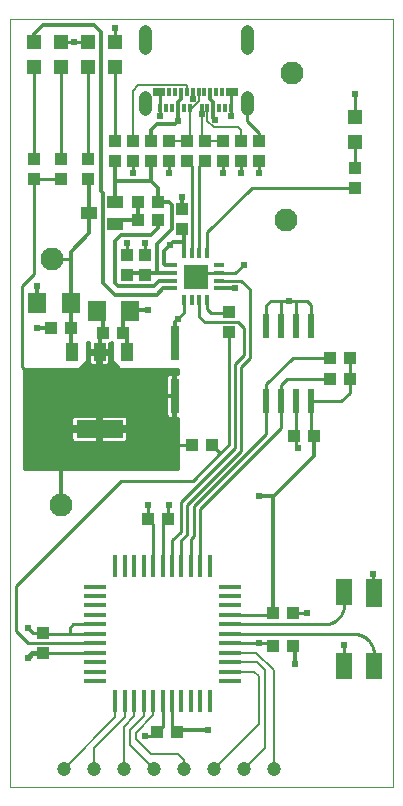
<source format=gtl>
G75*
%MOIN*%
%OFA0B0*%
%FSLAX25Y25*%
%IPPOS*%
%LPD*%
%AMOC8*
5,1,8,0,0,1.08239X$1,22.5*
%
%ADD10C,0.00000*%
%ADD11R,0.04724X0.04724*%
%ADD12R,0.03937X0.04331*%
%ADD13R,0.04331X0.03937*%
%ADD14R,0.02559X0.11811*%
%ADD15R,0.06299X0.07087*%
%ADD16R,0.01181X0.02756*%
%ADD17R,0.03937X0.02756*%
%ADD18C,0.04331*%
%ADD19C,0.07677*%
%ADD20R,0.01575X0.07480*%
%ADD21R,0.07480X0.01575*%
%ADD22R,0.01378X0.03543*%
%ADD23R,0.08268X0.08268*%
%ADD24R,0.03543X0.01378*%
%ADD25R,0.01969X0.07874*%
%ADD26R,0.15748X0.05906*%
%ADD27R,0.03937X0.05906*%
%ADD28R,0.05512X0.03937*%
%ADD29R,0.05512X0.08661*%
%ADD30R,0.05512X0.09449*%
%ADD31C,0.04724*%
%ADD32C,0.01000*%
%ADD33C,0.02400*%
%ADD34C,0.01200*%
%ADD35C,0.00800*%
%ADD36C,0.01600*%
%ADD37C,0.00600*%
D10*
X0001300Y0001500D02*
X0001300Y0257500D01*
X0129221Y0257500D01*
X0129221Y0001500D01*
X0001300Y0001500D01*
D11*
X0116300Y0216366D03*
X0116300Y0224634D03*
X0036300Y0241366D03*
X0036300Y0249634D03*
X0027300Y0249634D03*
X0027300Y0241366D03*
X0018300Y0241366D03*
X0018300Y0249634D03*
X0009300Y0249634D03*
X0009300Y0241366D03*
D12*
X0009300Y0210846D03*
X0009300Y0204154D03*
X0018300Y0204154D03*
X0018300Y0210846D03*
X0027300Y0210846D03*
X0027300Y0204154D03*
X0036300Y0210154D03*
X0036300Y0216846D03*
X0042300Y0216846D03*
X0042300Y0210154D03*
X0048300Y0210154D03*
X0048300Y0216846D03*
X0054300Y0216846D03*
X0054300Y0210154D03*
X0060300Y0210154D03*
X0060300Y0216846D03*
X0066300Y0216846D03*
X0066300Y0210154D03*
X0072300Y0210154D03*
X0072300Y0216846D03*
X0078300Y0216846D03*
X0078300Y0210154D03*
X0084300Y0210154D03*
X0084300Y0216846D03*
X0058600Y0194146D03*
X0058600Y0187454D03*
X0046300Y0178846D03*
X0046300Y0172154D03*
X0040300Y0172154D03*
X0040300Y0178846D03*
X0074300Y0159846D03*
X0074300Y0153154D03*
X0116300Y0201154D03*
X0116300Y0207846D03*
X0012300Y0052746D03*
X0012300Y0046054D03*
D13*
X0047354Y0090900D03*
X0054046Y0090900D03*
X0061954Y0115500D03*
X0068646Y0115500D03*
X0095954Y0118500D03*
X0102646Y0118500D03*
X0107954Y0137500D03*
X0107954Y0144500D03*
X0114646Y0144500D03*
X0114646Y0137500D03*
X0095646Y0059500D03*
X0095646Y0048500D03*
X0088954Y0048500D03*
X0088954Y0059500D03*
X0057246Y0019800D03*
X0050554Y0019800D03*
X0039146Y0152700D03*
X0032454Y0152700D03*
X0021646Y0154500D03*
X0014954Y0154500D03*
X0043954Y0190500D03*
X0043954Y0196500D03*
X0050646Y0196500D03*
X0050646Y0190500D03*
D14*
X0056300Y0149358D03*
X0056300Y0131642D03*
D15*
X0041312Y0160200D03*
X0030288Y0160200D03*
X0021612Y0162600D03*
X0010588Y0162600D03*
D16*
X0051489Y0227886D03*
X0053457Y0227886D03*
X0055426Y0227886D03*
X0057394Y0227886D03*
X0059363Y0227886D03*
X0061331Y0227886D03*
X0060347Y0233004D03*
X0062316Y0233004D03*
X0064284Y0233004D03*
X0066253Y0233004D03*
X0068221Y0233004D03*
X0070190Y0233004D03*
X0072158Y0233004D03*
X0071174Y0227886D03*
X0069206Y0227886D03*
X0067237Y0227886D03*
X0065269Y0227886D03*
X0058379Y0233004D03*
X0056410Y0233004D03*
X0054442Y0233004D03*
X0073143Y0227886D03*
X0075111Y0227886D03*
D17*
X0075505Y0233004D03*
X0051095Y0233004D03*
D18*
X0046292Y0231469D02*
X0046292Y0227531D01*
X0046292Y0231469D02*
X0046292Y0231469D01*
X0046292Y0227531D01*
X0046292Y0227531D01*
X0046292Y0247649D02*
X0046292Y0253555D01*
X0046292Y0253555D01*
X0046292Y0247649D01*
X0046292Y0247649D01*
X0046292Y0251979D02*
X0046292Y0251979D01*
X0080308Y0253555D02*
X0080308Y0247649D01*
X0080308Y0253555D02*
X0080308Y0253555D01*
X0080308Y0247649D01*
X0080308Y0247649D01*
X0080308Y0251979D02*
X0080308Y0251979D01*
X0080308Y0231469D02*
X0080308Y0227531D01*
X0080308Y0231469D02*
X0080308Y0231469D01*
X0080308Y0227531D01*
X0080308Y0227531D01*
D19*
X0095300Y0239500D03*
X0093300Y0190500D03*
X0018300Y0095500D03*
X0015300Y0177500D03*
D20*
X0036552Y0074941D03*
X0039702Y0074941D03*
X0042851Y0074941D03*
X0046001Y0074941D03*
X0049150Y0074941D03*
X0052300Y0074941D03*
X0055450Y0074941D03*
X0058599Y0074941D03*
X0061749Y0074941D03*
X0064898Y0074941D03*
X0068048Y0074941D03*
X0068048Y0030059D03*
X0064898Y0030059D03*
X0061749Y0030059D03*
X0058599Y0030059D03*
X0055450Y0030059D03*
X0052300Y0030059D03*
X0049150Y0030059D03*
X0046001Y0030059D03*
X0042851Y0030059D03*
X0039702Y0030059D03*
X0036552Y0030059D03*
D21*
X0029859Y0036752D03*
X0029859Y0039902D03*
X0029859Y0043051D03*
X0029859Y0046201D03*
X0029859Y0049350D03*
X0029859Y0052500D03*
X0029859Y0055650D03*
X0029859Y0058799D03*
X0029859Y0061949D03*
X0029859Y0065098D03*
X0029859Y0068248D03*
X0074741Y0068248D03*
X0074741Y0065098D03*
X0074741Y0061949D03*
X0074741Y0058799D03*
X0074741Y0055650D03*
X0074741Y0052500D03*
X0074741Y0049350D03*
X0074741Y0046201D03*
X0074741Y0043051D03*
X0074741Y0039902D03*
X0074741Y0036752D03*
D22*
X0067139Y0163626D03*
X0064580Y0163626D03*
X0062020Y0163626D03*
X0059461Y0163626D03*
X0059461Y0179374D03*
X0062020Y0179374D03*
X0064580Y0179374D03*
X0067139Y0179374D03*
D23*
X0063300Y0171500D03*
D24*
X0055426Y0170220D03*
X0055426Y0167661D03*
X0055426Y0172780D03*
X0055426Y0175339D03*
X0071174Y0175339D03*
X0071174Y0172780D03*
X0071174Y0170220D03*
X0071174Y0167661D03*
D25*
X0086800Y0155039D03*
X0091800Y0155039D03*
X0096800Y0155039D03*
X0101800Y0155039D03*
X0101800Y0129961D03*
X0096800Y0129961D03*
X0091800Y0129961D03*
X0086800Y0129961D03*
D26*
X0031300Y0120705D03*
D27*
X0031300Y0146295D03*
X0022245Y0146295D03*
X0040355Y0146295D03*
D28*
X0036531Y0188960D03*
X0036531Y0196440D03*
X0027869Y0192700D03*
D29*
X0112800Y0066502D03*
X0112800Y0041698D03*
X0122800Y0041698D03*
D30*
X0122800Y0066108D03*
D31*
X0089300Y0007500D03*
X0079300Y0007500D03*
X0069300Y0007500D03*
X0059300Y0007500D03*
X0049300Y0007500D03*
X0039300Y0007500D03*
X0029300Y0007500D03*
X0019300Y0007500D03*
D32*
X0012300Y0046054D02*
X0012447Y0046201D01*
X0029859Y0046201D01*
X0029859Y0049350D02*
X0007450Y0049350D01*
X0003300Y0053500D01*
X0003300Y0068500D01*
X0038300Y0103500D01*
X0062300Y0103500D01*
X0071800Y0113000D01*
X0071146Y0113000D01*
X0068646Y0115500D01*
X0071800Y0113000D02*
X0074300Y0115500D01*
X0074300Y0153154D01*
X0077300Y0156500D02*
X0079300Y0154500D01*
X0079300Y0145500D01*
X0076300Y0142500D01*
X0076300Y0114500D01*
X0058300Y0096500D01*
X0058300Y0086500D01*
X0055450Y0083650D01*
X0055450Y0074941D01*
X0058599Y0074941D02*
X0058599Y0083799D01*
X0060300Y0085500D01*
X0060300Y0095500D01*
X0078300Y0113500D01*
X0078300Y0141500D01*
X0081300Y0144500D01*
X0081300Y0167500D01*
X0078580Y0170220D01*
X0071174Y0170220D01*
X0071174Y0172780D02*
X0064580Y0172780D01*
X0063300Y0171500D01*
X0062020Y0179374D02*
X0062020Y0208433D01*
X0060300Y0210154D01*
X0064580Y0208433D02*
X0064580Y0179374D01*
X0067139Y0179374D02*
X0067139Y0186339D01*
X0081954Y0201154D01*
X0116300Y0201154D01*
X0116300Y0207846D02*
X0116300Y0216366D01*
X0116300Y0224634D02*
X0116300Y0232500D01*
X0084300Y0219500D02*
X0084300Y0216846D01*
X0084300Y0219500D02*
X0080308Y0223492D01*
X0080308Y0229500D01*
X0075111Y0227886D02*
X0075111Y0225100D01*
X0075111Y0227886D02*
X0075111Y0232610D01*
X0075505Y0233004D01*
X0078300Y0210154D02*
X0078300Y0206000D01*
X0072300Y0206000D02*
X0072300Y0210154D01*
X0066300Y0210154D02*
X0064580Y0208433D01*
X0054300Y0210154D02*
X0054300Y0206000D01*
X0051500Y0225100D02*
X0051500Y0227875D01*
X0051489Y0227886D01*
X0051489Y0232610D01*
X0051095Y0233004D01*
X0042300Y0210154D02*
X0042300Y0206000D01*
X0036300Y0216846D02*
X0036300Y0241366D01*
X0036300Y0249634D02*
X0036300Y0254500D01*
X0027300Y0249634D02*
X0022834Y0249634D01*
X0022800Y0249600D01*
X0018300Y0249634D02*
X0027300Y0249634D01*
X0027300Y0241366D02*
X0027300Y0210846D01*
X0018300Y0210846D02*
X0018300Y0241366D01*
X0009300Y0241366D02*
X0009300Y0210846D01*
X0009300Y0204154D02*
X0009300Y0172500D01*
X0005300Y0168500D01*
X0005300Y0141500D01*
X0008300Y0138500D01*
X0018300Y0110500D02*
X0023300Y0110500D01*
X0047354Y0095400D02*
X0047354Y0090900D01*
X0049150Y0089103D01*
X0049150Y0074941D01*
X0052300Y0074941D02*
X0052300Y0089154D01*
X0054046Y0090900D01*
X0054046Y0095246D01*
X0054300Y0095500D01*
X0047400Y0095400D02*
X0047354Y0095400D01*
X0053300Y0115500D02*
X0061954Y0115500D01*
X0062800Y0095000D02*
X0086800Y0119000D01*
X0086800Y0129961D01*
X0086800Y0135598D01*
X0095702Y0144500D01*
X0107954Y0144500D01*
X0107954Y0137500D02*
X0093862Y0137500D01*
X0091800Y0135438D01*
X0091800Y0129961D01*
X0091800Y0121000D01*
X0064898Y0094098D01*
X0064898Y0074941D01*
X0061749Y0074941D02*
X0061749Y0083949D01*
X0062800Y0085000D01*
X0062800Y0095000D01*
X0074741Y0058799D02*
X0088253Y0058799D01*
X0088954Y0049350D02*
X0074741Y0049350D01*
X0074741Y0052500D02*
X0115854Y0052500D01*
X0112800Y0048900D02*
X0112800Y0041698D01*
X0122800Y0045554D02*
X0122798Y0045722D01*
X0122792Y0045890D01*
X0122782Y0046057D01*
X0122768Y0046224D01*
X0122749Y0046391D01*
X0122727Y0046558D01*
X0122701Y0046723D01*
X0122671Y0046889D01*
X0122636Y0047053D01*
X0122598Y0047216D01*
X0122556Y0047379D01*
X0122510Y0047540D01*
X0122460Y0047700D01*
X0122406Y0047859D01*
X0122349Y0048017D01*
X0122287Y0048173D01*
X0122222Y0048328D01*
X0122153Y0048481D01*
X0122081Y0048632D01*
X0122004Y0048782D01*
X0121925Y0048930D01*
X0121841Y0049075D01*
X0121754Y0049219D01*
X0121664Y0049360D01*
X0121570Y0049500D01*
X0121473Y0049637D01*
X0121373Y0049771D01*
X0121270Y0049903D01*
X0121163Y0050033D01*
X0121053Y0050160D01*
X0120940Y0050284D01*
X0120825Y0050406D01*
X0120706Y0050525D01*
X0120584Y0050640D01*
X0120460Y0050753D01*
X0120333Y0050863D01*
X0120203Y0050970D01*
X0120071Y0051073D01*
X0119937Y0051173D01*
X0119800Y0051270D01*
X0119660Y0051364D01*
X0119519Y0051454D01*
X0119375Y0051541D01*
X0119230Y0051625D01*
X0119082Y0051704D01*
X0118932Y0051781D01*
X0118781Y0051853D01*
X0118628Y0051922D01*
X0118473Y0051987D01*
X0118317Y0052049D01*
X0118159Y0052106D01*
X0118000Y0052160D01*
X0117840Y0052210D01*
X0117679Y0052256D01*
X0117516Y0052298D01*
X0117353Y0052336D01*
X0117189Y0052371D01*
X0117023Y0052401D01*
X0116858Y0052427D01*
X0116691Y0052449D01*
X0116524Y0052468D01*
X0116357Y0052482D01*
X0116190Y0052492D01*
X0116022Y0052498D01*
X0115854Y0052500D01*
X0122300Y0066108D02*
X0122300Y0072500D01*
X0112800Y0062266D02*
X0112798Y0062106D01*
X0112792Y0061946D01*
X0112783Y0061787D01*
X0112769Y0061627D01*
X0112752Y0061469D01*
X0112731Y0061310D01*
X0112706Y0061152D01*
X0112677Y0060995D01*
X0112644Y0060838D01*
X0112608Y0060683D01*
X0112568Y0060528D01*
X0112524Y0060374D01*
X0112476Y0060222D01*
X0112425Y0060070D01*
X0112370Y0059920D01*
X0112312Y0059771D01*
X0112249Y0059624D01*
X0112184Y0059478D01*
X0112115Y0059334D01*
X0112042Y0059191D01*
X0111966Y0059051D01*
X0111887Y0058912D01*
X0111804Y0058775D01*
X0111718Y0058640D01*
X0111629Y0058508D01*
X0111536Y0058377D01*
X0111441Y0058249D01*
X0111342Y0058123D01*
X0111241Y0058000D01*
X0111136Y0057879D01*
X0111029Y0057760D01*
X0110918Y0057645D01*
X0110805Y0057532D01*
X0110690Y0057421D01*
X0110571Y0057314D01*
X0110450Y0057209D01*
X0110327Y0057108D01*
X0110201Y0057009D01*
X0110073Y0056914D01*
X0109942Y0056821D01*
X0109810Y0056732D01*
X0109675Y0056646D01*
X0109538Y0056563D01*
X0109399Y0056484D01*
X0109259Y0056408D01*
X0109116Y0056335D01*
X0108972Y0056266D01*
X0108826Y0056201D01*
X0108679Y0056138D01*
X0108530Y0056080D01*
X0108380Y0056025D01*
X0108228Y0055974D01*
X0108076Y0055926D01*
X0107922Y0055882D01*
X0107767Y0055842D01*
X0107612Y0055806D01*
X0107455Y0055773D01*
X0107298Y0055744D01*
X0107140Y0055719D01*
X0106981Y0055698D01*
X0106823Y0055681D01*
X0106663Y0055667D01*
X0106504Y0055658D01*
X0106344Y0055652D01*
X0106184Y0055650D01*
X0074741Y0055650D01*
X0084300Y0049300D02*
X0088154Y0049300D01*
X0095646Y0059500D02*
X0100300Y0059500D01*
X0097300Y0114500D02*
X0096800Y0115000D01*
X0096800Y0118500D01*
X0095954Y0118500D01*
X0096800Y0118500D02*
X0096800Y0129961D01*
X0101800Y0129961D02*
X0111840Y0129961D01*
X0114646Y0132767D01*
X0114646Y0137500D01*
X0114646Y0144500D01*
X0101800Y0155039D02*
X0101800Y0162000D01*
X0100300Y0163500D01*
X0096800Y0163500D01*
X0096800Y0155039D01*
X0096800Y0163500D02*
X0091800Y0163500D01*
X0091800Y0155039D01*
X0091800Y0163500D02*
X0088300Y0163500D01*
X0086800Y0162000D01*
X0086800Y0155039D01*
X0077300Y0156500D02*
X0066300Y0156500D01*
X0064580Y0158220D01*
X0064580Y0163626D01*
X0067139Y0163626D02*
X0067139Y0160661D01*
X0068300Y0159500D01*
X0072954Y0159500D01*
X0074300Y0159846D01*
X0076580Y0172780D02*
X0071174Y0172780D01*
X0076580Y0172780D02*
X0079300Y0175500D01*
X0084300Y0206000D02*
X0084300Y0210154D01*
X0059461Y0163626D02*
X0059461Y0159661D01*
X0057300Y0157500D01*
X0046300Y0172154D02*
X0046926Y0172780D01*
X0046300Y0178846D02*
X0046300Y0182900D01*
X0040300Y0182900D02*
X0040300Y0178846D01*
X0021612Y0177500D02*
X0015300Y0177500D01*
X0018300Y0204154D02*
X0009300Y0204154D01*
X0022450Y0055650D02*
X0021300Y0054500D01*
X0021300Y0052500D01*
X0012546Y0052500D01*
X0012300Y0052746D01*
X0009054Y0052746D01*
X0007300Y0054500D01*
X0021300Y0052500D02*
X0029859Y0052500D01*
X0029859Y0055650D02*
X0022450Y0055650D01*
X0046300Y0018300D02*
X0049054Y0018300D01*
X0050554Y0019800D01*
X0052300Y0021546D01*
X0052300Y0030059D01*
X0055450Y0030059D02*
X0055450Y0021597D01*
X0057246Y0019800D01*
X0101800Y0118500D02*
X0102646Y0118500D01*
X0101800Y0118500D02*
X0101800Y0129961D01*
D33*
X0097300Y0114500D03*
X0084300Y0098500D03*
X0100300Y0059500D03*
X0096300Y0042500D03*
X0084300Y0049300D03*
X0067300Y0020500D03*
X0046300Y0018300D03*
X0047400Y0095400D03*
X0054300Y0095500D03*
X0057300Y0157500D03*
X0047300Y0160500D03*
X0054600Y0182000D03*
X0046300Y0182900D03*
X0040300Y0182900D03*
X0042300Y0206000D03*
X0051500Y0225100D03*
X0057394Y0223594D03*
X0062316Y0230800D03*
X0065269Y0225700D03*
X0069900Y0223600D03*
X0075111Y0225100D03*
X0072300Y0206000D03*
X0078300Y0206000D03*
X0084300Y0206000D03*
X0079300Y0175500D03*
X0076300Y0167700D03*
X0094300Y0163500D03*
X0116300Y0232500D03*
X0058600Y0198200D03*
X0054300Y0206000D03*
X0036300Y0254500D03*
X0022800Y0249600D03*
X0010300Y0168500D03*
X0010300Y0154500D03*
X0007300Y0054500D03*
X0007300Y0044500D03*
X0112800Y0048900D03*
X0122300Y0072500D03*
D34*
X0122300Y0066108D02*
X0122800Y0066108D01*
X0112800Y0066502D02*
X0112800Y0062266D01*
X0122800Y0045554D02*
X0122800Y0041698D01*
X0096300Y0042500D02*
X0096300Y0047846D01*
X0088954Y0048500D02*
X0088154Y0049300D01*
X0088954Y0049350D02*
X0088954Y0048500D01*
X0088954Y0059500D02*
X0088954Y0098154D01*
X0089300Y0098500D01*
X0102646Y0111846D01*
X0102646Y0118500D01*
X0089300Y0098500D02*
X0084300Y0098500D01*
X0057300Y0107500D02*
X0006300Y0107500D01*
X0006300Y0140500D01*
X0024472Y0140500D01*
X0027300Y0143328D01*
X0027300Y0149500D01*
X0027743Y0149500D01*
X0027731Y0149459D01*
X0027731Y0146680D01*
X0030916Y0146680D01*
X0030916Y0145911D01*
X0031684Y0145911D01*
X0031684Y0141743D01*
X0033479Y0141743D01*
X0033886Y0141852D01*
X0034251Y0142062D01*
X0034549Y0142360D01*
X0034759Y0142725D01*
X0034868Y0143132D01*
X0034868Y0145911D01*
X0031684Y0145911D01*
X0031684Y0146680D01*
X0034868Y0146680D01*
X0034868Y0149142D01*
X0035236Y0149241D01*
X0035300Y0149277D01*
X0035300Y0143328D01*
X0038128Y0140500D01*
X0057300Y0140500D01*
X0057300Y0139147D01*
X0056340Y0139147D01*
X0056340Y0131682D01*
X0056260Y0131682D01*
X0056260Y0139147D01*
X0054810Y0139147D01*
X0054403Y0139038D01*
X0054038Y0138828D01*
X0053740Y0138530D01*
X0053530Y0138165D01*
X0053420Y0137758D01*
X0053420Y0131681D01*
X0056260Y0131681D01*
X0056260Y0131602D01*
X0053420Y0131602D01*
X0053420Y0125526D01*
X0053530Y0125119D01*
X0053740Y0124754D01*
X0054038Y0124456D01*
X0054403Y0124245D01*
X0054810Y0124136D01*
X0056260Y0124136D01*
X0056260Y0131602D01*
X0056340Y0131602D01*
X0056340Y0124136D01*
X0057300Y0124136D01*
X0057300Y0107500D01*
X0057300Y0108168D02*
X0006300Y0108168D01*
X0006300Y0109366D02*
X0057300Y0109366D01*
X0057300Y0110565D02*
X0006300Y0110565D01*
X0006300Y0111763D02*
X0057300Y0111763D01*
X0057300Y0112962D02*
X0006300Y0112962D01*
X0006300Y0114160D02*
X0057300Y0114160D01*
X0057300Y0115359D02*
X0006300Y0115359D01*
X0006300Y0116557D02*
X0022358Y0116557D01*
X0022444Y0116472D02*
X0022808Y0116261D01*
X0023215Y0116152D01*
X0030700Y0116152D01*
X0030700Y0120105D01*
X0021826Y0120105D01*
X0021826Y0117541D01*
X0021935Y0117134D01*
X0022146Y0116770D01*
X0022444Y0116472D01*
X0021826Y0117756D02*
X0006300Y0117756D01*
X0006300Y0118954D02*
X0021826Y0118954D01*
X0021826Y0121305D02*
X0030700Y0121305D01*
X0030700Y0125257D01*
X0023215Y0125257D01*
X0022808Y0125148D01*
X0022444Y0124938D01*
X0022146Y0124640D01*
X0021935Y0124275D01*
X0021826Y0123868D01*
X0021826Y0121305D01*
X0021826Y0121351D02*
X0006300Y0121351D01*
X0006300Y0120153D02*
X0030700Y0120153D01*
X0030700Y0120105D02*
X0030700Y0121305D01*
X0031900Y0121305D01*
X0031900Y0125257D01*
X0039385Y0125257D01*
X0039792Y0125148D01*
X0040156Y0124938D01*
X0040454Y0124640D01*
X0040665Y0124275D01*
X0040774Y0123868D01*
X0040774Y0121305D01*
X0031900Y0121305D01*
X0031900Y0120105D01*
X0040774Y0120105D01*
X0040774Y0117541D01*
X0040665Y0117134D01*
X0040454Y0116770D01*
X0040156Y0116472D01*
X0039792Y0116261D01*
X0039385Y0116152D01*
X0031900Y0116152D01*
X0031900Y0120105D01*
X0030700Y0120105D01*
X0030700Y0118954D02*
X0031900Y0118954D01*
X0031900Y0117756D02*
X0030700Y0117756D01*
X0030700Y0116557D02*
X0031900Y0116557D01*
X0031900Y0120153D02*
X0057300Y0120153D01*
X0057300Y0121351D02*
X0040774Y0121351D01*
X0040774Y0122550D02*
X0057300Y0122550D01*
X0057300Y0123748D02*
X0040774Y0123748D01*
X0040141Y0124947D02*
X0053629Y0124947D01*
X0053420Y0126145D02*
X0006300Y0126145D01*
X0006300Y0124947D02*
X0022459Y0124947D01*
X0021826Y0123748D02*
X0006300Y0123748D01*
X0006300Y0122550D02*
X0021826Y0122550D01*
X0018300Y0110500D02*
X0018300Y0095500D01*
X0030700Y0121351D02*
X0031900Y0121351D01*
X0031900Y0122550D02*
X0030700Y0122550D01*
X0030700Y0123748D02*
X0031900Y0123748D01*
X0031900Y0124947D02*
X0030700Y0124947D01*
X0024499Y0140527D02*
X0038101Y0140527D01*
X0036903Y0141726D02*
X0025697Y0141726D01*
X0026896Y0142924D02*
X0027787Y0142924D01*
X0027841Y0142725D02*
X0028051Y0142360D01*
X0028349Y0142062D01*
X0028714Y0141852D01*
X0029121Y0141743D01*
X0030916Y0141743D01*
X0030916Y0145911D01*
X0027731Y0145911D01*
X0027731Y0143132D01*
X0027841Y0142725D01*
X0027731Y0144123D02*
X0027300Y0144123D01*
X0027300Y0145321D02*
X0027731Y0145321D01*
X0027300Y0146520D02*
X0030916Y0146520D01*
X0031300Y0146295D02*
X0031300Y0151546D01*
X0032454Y0152700D01*
X0032454Y0158035D01*
X0030288Y0160200D01*
X0036300Y0165500D02*
X0032300Y0169500D01*
X0032300Y0199500D01*
X0031800Y0200000D01*
X0031800Y0253000D01*
X0029300Y0255500D01*
X0012300Y0255500D01*
X0009300Y0252500D01*
X0009300Y0249634D01*
X0027300Y0204154D02*
X0027869Y0203584D01*
X0027869Y0192700D01*
X0027869Y0186069D01*
X0021612Y0179812D01*
X0021612Y0177500D01*
X0021612Y0162600D01*
X0021612Y0154535D01*
X0021646Y0154500D01*
X0021646Y0146894D01*
X0022245Y0146295D01*
X0027300Y0147718D02*
X0027731Y0147718D01*
X0027731Y0148917D02*
X0027300Y0148917D01*
X0030916Y0145321D02*
X0031684Y0145321D01*
X0031684Y0144123D02*
X0030916Y0144123D01*
X0030916Y0142924D02*
X0031684Y0142924D01*
X0034813Y0142924D02*
X0035704Y0142924D01*
X0035300Y0144123D02*
X0034868Y0144123D01*
X0034868Y0145321D02*
X0035300Y0145321D01*
X0035300Y0146520D02*
X0031684Y0146520D01*
X0034868Y0147718D02*
X0035300Y0147718D01*
X0035300Y0148917D02*
X0034868Y0148917D01*
X0039146Y0152700D02*
X0039146Y0158035D01*
X0041312Y0160200D01*
X0041612Y0160500D01*
X0047300Y0160500D01*
X0050300Y0165500D02*
X0036300Y0165500D01*
X0037300Y0168500D02*
X0036300Y0169500D01*
X0036300Y0183500D01*
X0038300Y0185500D01*
X0048300Y0185500D01*
X0050646Y0187846D01*
X0050646Y0190500D01*
X0050646Y0196500D02*
X0054300Y0196500D01*
X0055300Y0195500D01*
X0055300Y0187500D01*
X0050300Y0182500D01*
X0050300Y0172780D01*
X0046926Y0172780D01*
X0040926Y0172780D01*
X0040300Y0172154D01*
X0037300Y0168500D02*
X0049300Y0168500D01*
X0051020Y0170220D01*
X0055426Y0170220D01*
X0055426Y0167661D02*
X0052461Y0167661D01*
X0050300Y0165500D01*
X0050300Y0172780D02*
X0055426Y0172780D01*
X0055426Y0175339D02*
X0053061Y0175339D01*
X0052600Y0175800D01*
X0052600Y0180000D01*
X0054600Y0182000D01*
X0055800Y0183200D01*
X0059461Y0183200D01*
X0059461Y0186592D01*
X0058600Y0187454D01*
X0059461Y0183200D02*
X0059461Y0179374D01*
X0058600Y0194146D02*
X0058600Y0198200D01*
X0050646Y0196500D02*
X0050646Y0201154D01*
X0048300Y0203500D01*
X0048300Y0210154D01*
X0048300Y0203500D02*
X0036300Y0203500D01*
X0036300Y0196671D01*
X0036531Y0196440D01*
X0036531Y0190500D02*
X0036531Y0188960D01*
X0036531Y0190500D02*
X0043954Y0190500D01*
X0043954Y0196500D01*
X0036300Y0203500D02*
X0036300Y0210154D01*
X0048300Y0216846D02*
X0048300Y0220500D01*
X0050300Y0222500D01*
X0056300Y0222500D01*
X0057394Y0223594D01*
X0057394Y0227886D01*
X0057394Y0229794D01*
X0058379Y0230779D01*
X0058379Y0233004D01*
X0068221Y0233004D02*
X0068221Y0230879D01*
X0069206Y0229894D01*
X0069206Y0227886D01*
X0069206Y0224294D01*
X0069900Y0223600D01*
X0071213Y0167700D02*
X0071174Y0167661D01*
X0071213Y0167700D02*
X0076300Y0167700D01*
X0057300Y0157500D02*
X0056300Y0156500D01*
X0056300Y0149358D01*
X0057300Y0139329D02*
X0006300Y0139329D01*
X0006300Y0138130D02*
X0053520Y0138130D01*
X0053420Y0136932D02*
X0006300Y0136932D01*
X0006300Y0135733D02*
X0053420Y0135733D01*
X0053420Y0134535D02*
X0006300Y0134535D01*
X0006300Y0133336D02*
X0053420Y0133336D01*
X0053420Y0132138D02*
X0006300Y0132138D01*
X0006300Y0130939D02*
X0053420Y0130939D01*
X0053420Y0129741D02*
X0006300Y0129741D01*
X0006300Y0128542D02*
X0053420Y0128542D01*
X0053420Y0127344D02*
X0006300Y0127344D01*
X0010300Y0154500D02*
X0014954Y0154500D01*
X0010588Y0162600D02*
X0010300Y0162888D01*
X0010300Y0168500D01*
X0039146Y0152700D02*
X0040355Y0151491D01*
X0040355Y0146295D01*
X0040774Y0118954D02*
X0057300Y0118954D01*
X0057300Y0117756D02*
X0040774Y0117756D01*
X0040242Y0116557D02*
X0057300Y0116557D01*
X0056340Y0124947D02*
X0056260Y0124947D01*
X0056260Y0126145D02*
X0056340Y0126145D01*
X0056340Y0127344D02*
X0056260Y0127344D01*
X0056260Y0128542D02*
X0056340Y0128542D01*
X0056340Y0129741D02*
X0056260Y0129741D01*
X0056260Y0130939D02*
X0056340Y0130939D01*
X0056340Y0132138D02*
X0056260Y0132138D01*
X0056260Y0133336D02*
X0056340Y0133336D01*
X0056340Y0134535D02*
X0056260Y0134535D01*
X0056260Y0135733D02*
X0056340Y0135733D01*
X0056340Y0136932D02*
X0056260Y0136932D01*
X0056260Y0138130D02*
X0056340Y0138130D01*
X0057946Y0020500D02*
X0067300Y0020500D01*
D35*
X0069300Y0007500D02*
X0084300Y0022500D01*
X0084300Y0038500D01*
X0082898Y0039902D01*
X0074741Y0039902D01*
X0074741Y0043051D02*
X0083749Y0043051D01*
X0086300Y0040500D01*
X0086300Y0014500D01*
X0079300Y0007500D01*
X0089300Y0007500D02*
X0089300Y0040500D01*
X0083599Y0046201D01*
X0074741Y0046201D01*
X0057300Y0012500D02*
X0059300Y0010500D01*
X0059300Y0007500D01*
X0057300Y0012500D02*
X0048300Y0012500D01*
X0043300Y0017500D01*
X0043300Y0019500D01*
X0049150Y0025350D01*
X0049150Y0030059D01*
X0046001Y0030059D02*
X0046001Y0025201D01*
X0041300Y0020500D01*
X0041300Y0015500D01*
X0049300Y0007500D01*
X0039300Y0007500D02*
X0039300Y0021500D01*
X0042851Y0025051D01*
X0042851Y0030059D01*
X0039702Y0030059D02*
X0039702Y0024902D01*
X0029300Y0014500D01*
X0029300Y0007500D01*
X0019300Y0007500D02*
X0036552Y0024752D01*
X0036552Y0030059D01*
D36*
X0057246Y0019800D02*
X0057946Y0020500D01*
X0088253Y0058799D02*
X0088954Y0059500D01*
X0095646Y0048500D02*
X0096300Y0047846D01*
X0012300Y0046054D02*
X0008854Y0046054D01*
X0007300Y0044500D01*
D37*
X0042300Y0216846D02*
X0042300Y0233500D01*
X0044100Y0235300D01*
X0060000Y0235300D01*
X0060347Y0234953D01*
X0060347Y0233004D01*
X0062316Y0233004D02*
X0062316Y0230800D01*
X0064284Y0230142D02*
X0062028Y0227886D01*
X0061331Y0227886D01*
X0061331Y0217878D01*
X0060300Y0216846D01*
X0054300Y0216846D01*
X0065269Y0217878D02*
X0065269Y0225700D01*
X0065269Y0227886D01*
X0064284Y0230142D02*
X0064284Y0233004D01*
X0067237Y0227886D02*
X0067237Y0223563D01*
X0069300Y0221500D01*
X0077300Y0221500D01*
X0078300Y0220500D01*
X0078300Y0216846D01*
X0072300Y0216846D02*
X0066300Y0216846D01*
X0065269Y0217878D01*
M02*

</source>
